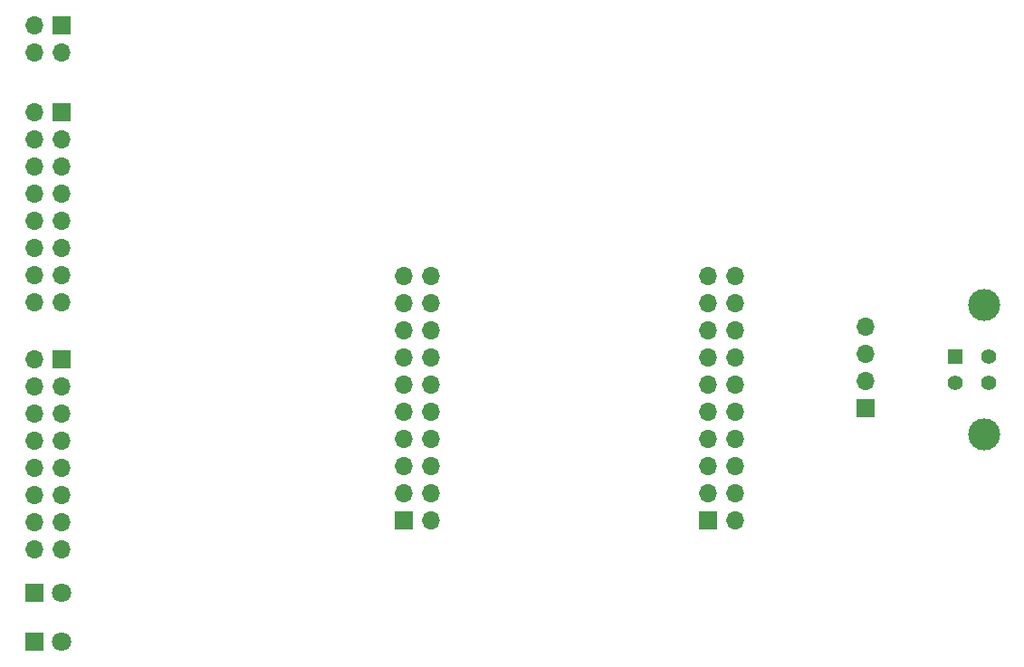
<source format=gbs>
G04 #@! TF.GenerationSoftware,KiCad,Pcbnew,(5.1.9)-1*
G04 #@! TF.CreationDate,2021-06-24T21:47:46+02:00*
G04 #@! TF.ProjectId,cypress_inp,63797072-6573-4735-9f69-6e702e6b6963,1.0*
G04 #@! TF.SameCoordinates,Original*
G04 #@! TF.FileFunction,Soldermask,Bot*
G04 #@! TF.FilePolarity,Negative*
%FSLAX46Y46*%
G04 Gerber Fmt 4.6, Leading zero omitted, Abs format (unit mm)*
G04 Created by KiCad (PCBNEW (5.1.9)-1) date 2021-06-24 21:47:46*
%MOMM*%
%LPD*%
G01*
G04 APERTURE LIST*
%ADD10C,1.800000*%
%ADD11R,1.800000X1.800000*%
%ADD12O,1.700000X1.700000*%
%ADD13R,1.700000X1.700000*%
%ADD14C,1.400000*%
%ADD15C,3.000000*%
%ADD16R,1.400000X1.400000*%
G04 APERTURE END LIST*
D10*
X63246000Y-129286000D03*
D11*
X60706000Y-129286000D03*
D10*
X63246000Y-124714000D03*
D11*
X60706000Y-124714000D03*
D12*
X97790000Y-95123000D03*
X95250000Y-95123000D03*
X97790000Y-97663000D03*
X95250000Y-97663000D03*
X97790000Y-100203000D03*
X95250000Y-100203000D03*
X97790000Y-102743000D03*
X95250000Y-102743000D03*
X97790000Y-105283000D03*
X95250000Y-105283000D03*
X97790000Y-107823000D03*
X95250000Y-107823000D03*
X97790000Y-110363000D03*
X95250000Y-110363000D03*
X97790000Y-112903000D03*
X95250000Y-112903000D03*
X97790000Y-115443000D03*
X95250000Y-115443000D03*
X97790000Y-117983000D03*
D13*
X95250000Y-117983000D03*
D12*
X126238000Y-95123000D03*
X123698000Y-95123000D03*
X126238000Y-97663000D03*
X123698000Y-97663000D03*
X126238000Y-100203000D03*
X123698000Y-100203000D03*
X126238000Y-102743000D03*
X123698000Y-102743000D03*
X126238000Y-105283000D03*
X123698000Y-105283000D03*
X126238000Y-107823000D03*
X123698000Y-107823000D03*
X126238000Y-110363000D03*
X123698000Y-110363000D03*
X126238000Y-112903000D03*
X123698000Y-112903000D03*
X126238000Y-115443000D03*
X123698000Y-115443000D03*
X126238000Y-117983000D03*
D13*
X123698000Y-117983000D03*
D14*
X146812000Y-105116000D03*
D15*
X149522000Y-109886000D03*
D16*
X146812000Y-102616000D03*
D14*
X150012000Y-105116000D03*
X150012000Y-102616000D03*
D15*
X149522000Y-97846000D03*
D12*
X138430000Y-99822000D03*
X138430000Y-102362000D03*
X138430000Y-104902000D03*
D13*
X138430000Y-107442000D03*
D12*
X60706000Y-74168000D03*
X63246000Y-74168000D03*
X60706000Y-71628000D03*
D13*
X63246000Y-71628000D03*
D12*
X60706000Y-97536000D03*
X63246000Y-97536000D03*
X60706000Y-94996000D03*
X63246000Y-94996000D03*
X60706000Y-92456000D03*
X63246000Y-92456000D03*
X60706000Y-89916000D03*
X63246000Y-89916000D03*
X60706000Y-87376000D03*
X63246000Y-87376000D03*
X60706000Y-84836000D03*
X63246000Y-84836000D03*
X60706000Y-82296000D03*
X63246000Y-82296000D03*
X60706000Y-79756000D03*
D13*
X63246000Y-79756000D03*
D12*
X60706000Y-120650000D03*
X63246000Y-120650000D03*
X60706000Y-118110000D03*
X63246000Y-118110000D03*
X60706000Y-115570000D03*
X63246000Y-115570000D03*
X60706000Y-113030000D03*
X63246000Y-113030000D03*
X60706000Y-110490000D03*
X63246000Y-110490000D03*
X60706000Y-107950000D03*
X63246000Y-107950000D03*
X60706000Y-105410000D03*
X63246000Y-105410000D03*
X60706000Y-102870000D03*
D13*
X63246000Y-102870000D03*
M02*

</source>
